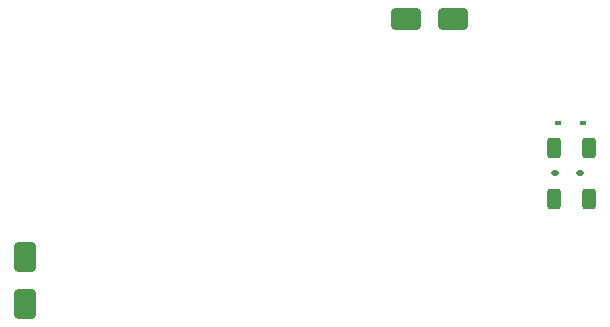
<source format=gtp>
G04 #@! TF.GenerationSoftware,KiCad,Pcbnew,7.0.7*
G04 #@! TF.CreationDate,2023-12-27T16:52:26+01:00*
G04 #@! TF.ProjectId,Roborock-CPAP,526f626f-726f-4636-9b2d-435041502e6b,rev?*
G04 #@! TF.SameCoordinates,Original*
G04 #@! TF.FileFunction,Paste,Top*
G04 #@! TF.FilePolarity,Positive*
%FSLAX46Y46*%
G04 Gerber Fmt 4.6, Leading zero omitted, Abs format (unit mm)*
G04 Created by KiCad (PCBNEW 7.0.7) date 2023-12-27 16:52:26*
%MOMM*%
%LPD*%
G01*
G04 APERTURE LIST*
G04 Aperture macros list*
%AMRoundRect*
0 Rectangle with rounded corners*
0 $1 Rounding radius*
0 $2 $3 $4 $5 $6 $7 $8 $9 X,Y pos of 4 corners*
0 Add a 4 corners polygon primitive as box body*
4,1,4,$2,$3,$4,$5,$6,$7,$8,$9,$2,$3,0*
0 Add four circle primitives for the rounded corners*
1,1,$1+$1,$2,$3*
1,1,$1+$1,$4,$5*
1,1,$1+$1,$6,$7*
1,1,$1+$1,$8,$9*
0 Add four rect primitives between the rounded corners*
20,1,$1+$1,$2,$3,$4,$5,0*
20,1,$1+$1,$4,$5,$6,$7,0*
20,1,$1+$1,$6,$7,$8,$9,0*
20,1,$1+$1,$8,$9,$2,$3,0*%
G04 Aperture macros list end*
%ADD10RoundRect,0.250000X0.312500X0.625000X-0.312500X0.625000X-0.312500X-0.625000X0.312500X-0.625000X0*%
%ADD11R,0.600000X0.450000*%
%ADD12RoundRect,0.250000X1.000000X0.650000X-1.000000X0.650000X-1.000000X-0.650000X1.000000X-0.650000X0*%
%ADD13RoundRect,0.250000X0.650000X-1.000000X0.650000X1.000000X-0.650000X1.000000X-0.650000X-1.000000X0*%
%ADD14RoundRect,0.112500X0.187500X0.112500X-0.187500X0.112500X-0.187500X-0.112500X0.187500X-0.112500X0*%
G04 APERTURE END LIST*
D10*
X177912500Y-88150000D03*
X174987500Y-88150000D03*
X177912500Y-83800000D03*
X174987500Y-83800000D03*
D11*
X175300000Y-81700000D03*
X177400000Y-81700000D03*
D12*
X166450000Y-72850000D03*
X162450000Y-72850000D03*
D13*
X130200000Y-97050000D03*
X130200000Y-93050000D03*
D14*
X177150000Y-85900000D03*
X175050000Y-85900000D03*
M02*

</source>
